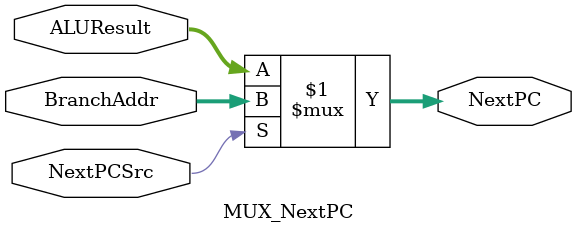
<source format=sv>
module MUX_NextPC(
    input logic [31:0] ALUResult,
    input logic [31:0] BranchAddr,
    input logic NextPCSrc,
    output logic [31:0] NextPC
);

assign NextPC = NextPCSrc ? BranchAddr : ALUResult;

endmodule
</source>
